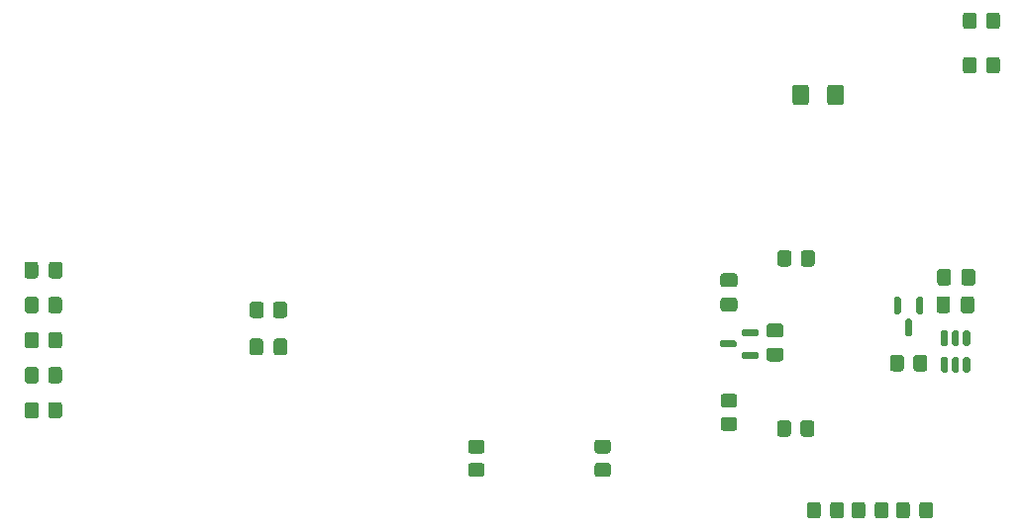
<source format=gbr>
G04 #@! TF.GenerationSoftware,KiCad,Pcbnew,6.0.7+dfsg-1~bpo11+1*
G04 #@! TF.ProjectId,wiscale-mod,77697363-616c-4652-9d6d-6f642e6b6963,rev?*
G04 #@! TF.SameCoordinates,Original*
G04 #@! TF.FileFunction,Paste,Bot*
G04 #@! TF.FilePolarity,Positive*
%FSLAX46Y46*%
G04 Gerber Fmt 4.6, Leading zero omitted, Abs format (unit mm)*
%MOMM*%
%LPD*%
G01*
G04 APERTURE LIST*
G04 APERTURE END LIST*
G36*
G01*
X113125000Y-101675000D02*
X113125000Y-100725000D01*
G75*
G02*
X113375000Y-100475000I250000J0D01*
G01*
X114050000Y-100475000D01*
G75*
G02*
X114300000Y-100725000I0J-250000D01*
G01*
X114300000Y-101675000D01*
G75*
G02*
X114050000Y-101925000I-250000J0D01*
G01*
X113375000Y-101925000D01*
G75*
G02*
X113125000Y-101675000I0J250000D01*
G01*
G37*
G36*
G01*
X115200000Y-101675000D02*
X115200000Y-100725000D01*
G75*
G02*
X115450000Y-100475000I250000J0D01*
G01*
X116125000Y-100475000D01*
G75*
G02*
X116375000Y-100725000I0J-250000D01*
G01*
X116375000Y-101675000D01*
G75*
G02*
X116125000Y-101925000I-250000J0D01*
G01*
X115450000Y-101925000D01*
G75*
G02*
X115200000Y-101675000I0J250000D01*
G01*
G37*
G36*
G01*
X193345000Y-80295000D02*
X193345000Y-79395000D01*
G75*
G02*
X193595000Y-79145000I250000J0D01*
G01*
X194295000Y-79145000D01*
G75*
G02*
X194545000Y-79395000I0J-250000D01*
G01*
X194545000Y-80295000D01*
G75*
G02*
X194295000Y-80545000I-250000J0D01*
G01*
X193595000Y-80545000D01*
G75*
G02*
X193345000Y-80295000I0J250000D01*
G01*
G37*
G36*
G01*
X195345000Y-80295000D02*
X195345000Y-79395000D01*
G75*
G02*
X195595000Y-79145000I250000J0D01*
G01*
X196295000Y-79145000D01*
G75*
G02*
X196545000Y-79395000I0J-250000D01*
G01*
X196545000Y-80295000D01*
G75*
G02*
X196295000Y-80545000I-250000J0D01*
G01*
X195595000Y-80545000D01*
G75*
G02*
X195345000Y-80295000I0J250000D01*
G01*
G37*
G36*
G01*
X194411000Y-101341000D02*
X194411000Y-102291000D01*
G75*
G02*
X194161000Y-102541000I-250000J0D01*
G01*
X193486000Y-102541000D01*
G75*
G02*
X193236000Y-102291000I0J250000D01*
G01*
X193236000Y-101341000D01*
G75*
G02*
X193486000Y-101091000I250000J0D01*
G01*
X194161000Y-101091000D01*
G75*
G02*
X194411000Y-101341000I0J-250000D01*
G01*
G37*
G36*
G01*
X192336000Y-101341000D02*
X192336000Y-102291000D01*
G75*
G02*
X192086000Y-102541000I-250000J0D01*
G01*
X191411000Y-102541000D01*
G75*
G02*
X191161000Y-102291000I0J250000D01*
G01*
X191161000Y-101341000D01*
G75*
G02*
X191411000Y-101091000I250000J0D01*
G01*
X192086000Y-101091000D01*
G75*
G02*
X192336000Y-101341000I0J-250000D01*
G01*
G37*
G36*
G01*
X180670000Y-114320000D02*
X180670000Y-115220000D01*
G75*
G02*
X180420000Y-115470000I-250000J0D01*
G01*
X179720000Y-115470000D01*
G75*
G02*
X179470000Y-115220000I0J250000D01*
G01*
X179470000Y-114320000D01*
G75*
G02*
X179720000Y-114070000I250000J0D01*
G01*
X180420000Y-114070000D01*
G75*
G02*
X180670000Y-114320000I0J-250000D01*
G01*
G37*
G36*
G01*
X178670000Y-114320000D02*
X178670000Y-115220000D01*
G75*
G02*
X178420000Y-115470000I-250000J0D01*
G01*
X177720000Y-115470000D01*
G75*
G02*
X177470000Y-115220000I0J250000D01*
G01*
X177470000Y-114320000D01*
G75*
G02*
X177720000Y-114070000I250000J0D01*
G01*
X178420000Y-114070000D01*
G75*
G02*
X178670000Y-114320000I0J-250000D01*
G01*
G37*
G36*
G01*
X183820000Y-122205000D02*
X183820000Y-121305000D01*
G75*
G02*
X184070000Y-121055000I250000J0D01*
G01*
X184770000Y-121055000D01*
G75*
G02*
X185020000Y-121305000I0J-250000D01*
G01*
X185020000Y-122205000D01*
G75*
G02*
X184770000Y-122455000I-250000J0D01*
G01*
X184070000Y-122455000D01*
G75*
G02*
X183820000Y-122205000I0J250000D01*
G01*
G37*
G36*
G01*
X185820000Y-122205000D02*
X185820000Y-121305000D01*
G75*
G02*
X186070000Y-121055000I250000J0D01*
G01*
X186770000Y-121055000D01*
G75*
G02*
X187020000Y-121305000I0J-250000D01*
G01*
X187020000Y-122205000D01*
G75*
G02*
X186770000Y-122455000I-250000J0D01*
G01*
X186070000Y-122455000D01*
G75*
G02*
X185820000Y-122205000I0J250000D01*
G01*
G37*
G36*
G01*
X172905000Y-111773000D02*
X173805000Y-111773000D01*
G75*
G02*
X174055000Y-112023000I0J-250000D01*
G01*
X174055000Y-112723000D01*
G75*
G02*
X173805000Y-112973000I-250000J0D01*
G01*
X172905000Y-112973000D01*
G75*
G02*
X172655000Y-112723000I0J250000D01*
G01*
X172655000Y-112023000D01*
G75*
G02*
X172905000Y-111773000I250000J0D01*
G01*
G37*
G36*
G01*
X172905000Y-113773000D02*
X173805000Y-113773000D01*
G75*
G02*
X174055000Y-114023000I0J-250000D01*
G01*
X174055000Y-114723000D01*
G75*
G02*
X173805000Y-114973000I-250000J0D01*
G01*
X172905000Y-114973000D01*
G75*
G02*
X172655000Y-114723000I0J250000D01*
G01*
X172655000Y-114023000D01*
G75*
G02*
X172905000Y-113773000I250000J0D01*
G01*
G37*
G36*
G01*
X177500000Y-100650000D02*
X177500000Y-99750000D01*
G75*
G02*
X177750000Y-99500000I250000J0D01*
G01*
X178450000Y-99500000D01*
G75*
G02*
X178700000Y-99750000I0J-250000D01*
G01*
X178700000Y-100650000D01*
G75*
G02*
X178450000Y-100900000I-250000J0D01*
G01*
X177750000Y-100900000D01*
G75*
G02*
X177500000Y-100650000I0J250000D01*
G01*
G37*
G36*
G01*
X179500000Y-100650000D02*
X179500000Y-99750000D01*
G75*
G02*
X179750000Y-99500000I250000J0D01*
G01*
X180450000Y-99500000D01*
G75*
G02*
X180700000Y-99750000I0J-250000D01*
G01*
X180700000Y-100650000D01*
G75*
G02*
X180450000Y-100900000I-250000J0D01*
G01*
X179750000Y-100900000D01*
G75*
G02*
X179500000Y-100650000I0J250000D01*
G01*
G37*
G36*
G01*
X191622000Y-106366000D02*
X191922000Y-106366000D01*
G75*
G02*
X192072000Y-106516000I0J-150000D01*
G01*
X192072000Y-107541000D01*
G75*
G02*
X191922000Y-107691000I-150000J0D01*
G01*
X191622000Y-107691000D01*
G75*
G02*
X191472000Y-107541000I0J150000D01*
G01*
X191472000Y-106516000D01*
G75*
G02*
X191622000Y-106366000I150000J0D01*
G01*
G37*
G36*
G01*
X192572000Y-106366000D02*
X192872000Y-106366000D01*
G75*
G02*
X193022000Y-106516000I0J-150000D01*
G01*
X193022000Y-107541000D01*
G75*
G02*
X192872000Y-107691000I-150000J0D01*
G01*
X192572000Y-107691000D01*
G75*
G02*
X192422000Y-107541000I0J150000D01*
G01*
X192422000Y-106516000D01*
G75*
G02*
X192572000Y-106366000I150000J0D01*
G01*
G37*
G36*
G01*
X193522000Y-106366000D02*
X193822000Y-106366000D01*
G75*
G02*
X193972000Y-106516000I0J-150000D01*
G01*
X193972000Y-107541000D01*
G75*
G02*
X193822000Y-107691000I-150000J0D01*
G01*
X193522000Y-107691000D01*
G75*
G02*
X193372000Y-107541000I0J150000D01*
G01*
X193372000Y-106516000D01*
G75*
G02*
X193522000Y-106366000I150000J0D01*
G01*
G37*
G36*
G01*
X193522000Y-108641000D02*
X193822000Y-108641000D01*
G75*
G02*
X193972000Y-108791000I0J-150000D01*
G01*
X193972000Y-109816000D01*
G75*
G02*
X193822000Y-109966000I-150000J0D01*
G01*
X193522000Y-109966000D01*
G75*
G02*
X193372000Y-109816000I0J150000D01*
G01*
X193372000Y-108791000D01*
G75*
G02*
X193522000Y-108641000I150000J0D01*
G01*
G37*
G36*
G01*
X192572000Y-108641000D02*
X192872000Y-108641000D01*
G75*
G02*
X193022000Y-108791000I0J-150000D01*
G01*
X193022000Y-109816000D01*
G75*
G02*
X192872000Y-109966000I-150000J0D01*
G01*
X192572000Y-109966000D01*
G75*
G02*
X192422000Y-109816000I0J150000D01*
G01*
X192422000Y-108791000D01*
G75*
G02*
X192572000Y-108641000I150000J0D01*
G01*
G37*
G36*
G01*
X191622000Y-108641000D02*
X191922000Y-108641000D01*
G75*
G02*
X192072000Y-108791000I0J-150000D01*
G01*
X192072000Y-109816000D01*
G75*
G02*
X191922000Y-109966000I-150000J0D01*
G01*
X191622000Y-109966000D01*
G75*
G02*
X191472000Y-109816000I0J150000D01*
G01*
X191472000Y-108791000D01*
G75*
G02*
X191622000Y-108641000I150000J0D01*
G01*
G37*
G36*
G01*
X135585000Y-104160000D02*
X135585000Y-105060000D01*
G75*
G02*
X135335000Y-105310000I-250000J0D01*
G01*
X134635000Y-105310000D01*
G75*
G02*
X134385000Y-105060000I0J250000D01*
G01*
X134385000Y-104160000D01*
G75*
G02*
X134635000Y-103910000I250000J0D01*
G01*
X135335000Y-103910000D01*
G75*
G02*
X135585000Y-104160000I0J-250000D01*
G01*
G37*
G36*
G01*
X133585000Y-104160000D02*
X133585000Y-105060000D01*
G75*
G02*
X133335000Y-105310000I-250000J0D01*
G01*
X132635000Y-105310000D01*
G75*
G02*
X132385000Y-105060000I0J250000D01*
G01*
X132385000Y-104160000D01*
G75*
G02*
X132635000Y-103910000I250000J0D01*
G01*
X133335000Y-103910000D01*
G75*
G02*
X133585000Y-104160000I0J-250000D01*
G01*
G37*
G36*
G01*
X176817000Y-105779000D02*
X177767000Y-105779000D01*
G75*
G02*
X178017000Y-106029000I0J-250000D01*
G01*
X178017000Y-106704000D01*
G75*
G02*
X177767000Y-106954000I-250000J0D01*
G01*
X176817000Y-106954000D01*
G75*
G02*
X176567000Y-106704000I0J250000D01*
G01*
X176567000Y-106029000D01*
G75*
G02*
X176817000Y-105779000I250000J0D01*
G01*
G37*
G36*
G01*
X176817000Y-107854000D02*
X177767000Y-107854000D01*
G75*
G02*
X178017000Y-108104000I0J-250000D01*
G01*
X178017000Y-108779000D01*
G75*
G02*
X177767000Y-109029000I-250000J0D01*
G01*
X176817000Y-109029000D01*
G75*
G02*
X176567000Y-108779000I0J250000D01*
G01*
X176567000Y-108104000D01*
G75*
G02*
X176817000Y-107854000I250000J0D01*
G01*
G37*
G36*
G01*
X135610000Y-107310000D02*
X135610000Y-108260000D01*
G75*
G02*
X135360000Y-108510000I-250000J0D01*
G01*
X134685000Y-108510000D01*
G75*
G02*
X134435000Y-108260000I0J250000D01*
G01*
X134435000Y-107310000D01*
G75*
G02*
X134685000Y-107060000I250000J0D01*
G01*
X135360000Y-107060000D01*
G75*
G02*
X135610000Y-107310000I0J-250000D01*
G01*
G37*
G36*
G01*
X133535000Y-107310000D02*
X133535000Y-108260000D01*
G75*
G02*
X133285000Y-108510000I-250000J0D01*
G01*
X132610000Y-108510000D01*
G75*
G02*
X132360000Y-108260000I0J250000D01*
G01*
X132360000Y-107310000D01*
G75*
G02*
X132610000Y-107060000I250000J0D01*
G01*
X133285000Y-107060000D01*
G75*
G02*
X133535000Y-107310000I0J-250000D01*
G01*
G37*
G36*
G01*
X180010000Y-122205000D02*
X180010000Y-121305000D01*
G75*
G02*
X180260000Y-121055000I250000J0D01*
G01*
X180960000Y-121055000D01*
G75*
G02*
X181210000Y-121305000I0J-250000D01*
G01*
X181210000Y-122205000D01*
G75*
G02*
X180960000Y-122455000I-250000J0D01*
G01*
X180260000Y-122455000D01*
G75*
G02*
X180010000Y-122205000I0J250000D01*
G01*
G37*
G36*
G01*
X182010000Y-122205000D02*
X182010000Y-121305000D01*
G75*
G02*
X182260000Y-121055000I250000J0D01*
G01*
X182960000Y-121055000D01*
G75*
G02*
X183210000Y-121305000I0J-250000D01*
G01*
X183210000Y-122205000D01*
G75*
G02*
X182960000Y-122455000I-250000J0D01*
G01*
X182260000Y-122455000D01*
G75*
G02*
X182010000Y-122205000I0J250000D01*
G01*
G37*
G36*
G01*
X187630000Y-122205000D02*
X187630000Y-121305000D01*
G75*
G02*
X187880000Y-121055000I250000J0D01*
G01*
X188580000Y-121055000D01*
G75*
G02*
X188830000Y-121305000I0J-250000D01*
G01*
X188830000Y-122205000D01*
G75*
G02*
X188580000Y-122455000I-250000J0D01*
G01*
X187880000Y-122455000D01*
G75*
G02*
X187630000Y-122205000I0J250000D01*
G01*
G37*
G36*
G01*
X189630000Y-122205000D02*
X189630000Y-121305000D01*
G75*
G02*
X189880000Y-121055000I250000J0D01*
G01*
X190580000Y-121055000D01*
G75*
G02*
X190830000Y-121305000I0J-250000D01*
G01*
X190830000Y-122205000D01*
G75*
G02*
X190580000Y-122455000I-250000J0D01*
G01*
X189880000Y-122455000D01*
G75*
G02*
X189630000Y-122205000I0J250000D01*
G01*
G37*
G36*
G01*
X187622000Y-103491000D02*
X187922000Y-103491000D01*
G75*
G02*
X188072000Y-103641000I0J-150000D01*
G01*
X188072000Y-104816000D01*
G75*
G02*
X187922000Y-104966000I-150000J0D01*
G01*
X187622000Y-104966000D01*
G75*
G02*
X187472000Y-104816000I0J150000D01*
G01*
X187472000Y-103641000D01*
G75*
G02*
X187622000Y-103491000I150000J0D01*
G01*
G37*
G36*
G01*
X189522000Y-103491000D02*
X189822000Y-103491000D01*
G75*
G02*
X189972000Y-103641000I0J-150000D01*
G01*
X189972000Y-104816000D01*
G75*
G02*
X189822000Y-104966000I-150000J0D01*
G01*
X189522000Y-104966000D01*
G75*
G02*
X189372000Y-104816000I0J150000D01*
G01*
X189372000Y-103641000D01*
G75*
G02*
X189522000Y-103491000I150000J0D01*
G01*
G37*
G36*
G01*
X188572000Y-105366000D02*
X188872000Y-105366000D01*
G75*
G02*
X189022000Y-105516000I0J-150000D01*
G01*
X189022000Y-106691000D01*
G75*
G02*
X188872000Y-106841000I-150000J0D01*
G01*
X188572000Y-106841000D01*
G75*
G02*
X188422000Y-106691000I0J150000D01*
G01*
X188422000Y-105516000D01*
G75*
G02*
X188572000Y-105366000I150000J0D01*
G01*
G37*
G36*
G01*
X175919000Y-106431000D02*
X175919000Y-106731000D01*
G75*
G02*
X175769000Y-106881000I-150000J0D01*
G01*
X174594000Y-106881000D01*
G75*
G02*
X174444000Y-106731000I0J150000D01*
G01*
X174444000Y-106431000D01*
G75*
G02*
X174594000Y-106281000I150000J0D01*
G01*
X175769000Y-106281000D01*
G75*
G02*
X175919000Y-106431000I0J-150000D01*
G01*
G37*
G36*
G01*
X175919000Y-108331000D02*
X175919000Y-108631000D01*
G75*
G02*
X175769000Y-108781000I-150000J0D01*
G01*
X174594000Y-108781000D01*
G75*
G02*
X174444000Y-108631000I0J150000D01*
G01*
X174444000Y-108331000D01*
G75*
G02*
X174594000Y-108181000I150000J0D01*
G01*
X175769000Y-108181000D01*
G75*
G02*
X175919000Y-108331000I0J-150000D01*
G01*
G37*
G36*
G01*
X174044000Y-107381000D02*
X174044000Y-107681000D01*
G75*
G02*
X173894000Y-107831000I-150000J0D01*
G01*
X172719000Y-107831000D01*
G75*
G02*
X172569000Y-107681000I0J150000D01*
G01*
X172569000Y-107381000D01*
G75*
G02*
X172719000Y-107231000I150000J0D01*
G01*
X173894000Y-107231000D01*
G75*
G02*
X174044000Y-107381000I0J-150000D01*
G01*
G37*
G36*
G01*
X172880000Y-101482500D02*
X173830000Y-101482500D01*
G75*
G02*
X174080000Y-101732500I0J-250000D01*
G01*
X174080000Y-102407500D01*
G75*
G02*
X173830000Y-102657500I-250000J0D01*
G01*
X172880000Y-102657500D01*
G75*
G02*
X172630000Y-102407500I0J250000D01*
G01*
X172630000Y-101732500D01*
G75*
G02*
X172880000Y-101482500I250000J0D01*
G01*
G37*
G36*
G01*
X172880000Y-103557500D02*
X173830000Y-103557500D01*
G75*
G02*
X174080000Y-103807500I0J-250000D01*
G01*
X174080000Y-104482500D01*
G75*
G02*
X173830000Y-104732500I-250000J0D01*
G01*
X172880000Y-104732500D01*
G75*
G02*
X172630000Y-104482500I0J250000D01*
G01*
X172630000Y-103807500D01*
G75*
G02*
X172880000Y-103557500I250000J0D01*
G01*
G37*
G36*
G01*
X163010000Y-118910000D02*
X162110000Y-118910000D01*
G75*
G02*
X161860000Y-118660000I0J250000D01*
G01*
X161860000Y-117960000D01*
G75*
G02*
X162110000Y-117710000I250000J0D01*
G01*
X163010000Y-117710000D01*
G75*
G02*
X163260000Y-117960000I0J-250000D01*
G01*
X163260000Y-118660000D01*
G75*
G02*
X163010000Y-118910000I-250000J0D01*
G01*
G37*
G36*
G01*
X163010000Y-116910000D02*
X162110000Y-116910000D01*
G75*
G02*
X161860000Y-116660000I0J250000D01*
G01*
X161860000Y-115960000D01*
G75*
G02*
X162110000Y-115710000I250000J0D01*
G01*
X163010000Y-115710000D01*
G75*
G02*
X163260000Y-115960000I0J-250000D01*
G01*
X163260000Y-116660000D01*
G75*
G02*
X163010000Y-116910000I-250000J0D01*
G01*
G37*
G36*
G01*
X113150000Y-110650000D02*
X113150000Y-109750000D01*
G75*
G02*
X113400000Y-109500000I250000J0D01*
G01*
X114100000Y-109500000D01*
G75*
G02*
X114350000Y-109750000I0J-250000D01*
G01*
X114350000Y-110650000D01*
G75*
G02*
X114100000Y-110900000I-250000J0D01*
G01*
X113400000Y-110900000D01*
G75*
G02*
X113150000Y-110650000I0J250000D01*
G01*
G37*
G36*
G01*
X115150000Y-110650000D02*
X115150000Y-109750000D01*
G75*
G02*
X115400000Y-109500000I250000J0D01*
G01*
X116100000Y-109500000D01*
G75*
G02*
X116350000Y-109750000I0J-250000D01*
G01*
X116350000Y-110650000D01*
G75*
G02*
X116100000Y-110900000I-250000J0D01*
G01*
X115400000Y-110900000D01*
G75*
G02*
X115150000Y-110650000I0J250000D01*
G01*
G37*
G36*
G01*
X194347000Y-103691000D02*
X194347000Y-104641000D01*
G75*
G02*
X194097000Y-104891000I-250000J0D01*
G01*
X193422000Y-104891000D01*
G75*
G02*
X193172000Y-104641000I0J250000D01*
G01*
X193172000Y-103691000D01*
G75*
G02*
X193422000Y-103441000I250000J0D01*
G01*
X194097000Y-103441000D01*
G75*
G02*
X194347000Y-103691000I0J-250000D01*
G01*
G37*
G36*
G01*
X192272000Y-103691000D02*
X192272000Y-104641000D01*
G75*
G02*
X192022000Y-104891000I-250000J0D01*
G01*
X191347000Y-104891000D01*
G75*
G02*
X191097000Y-104641000I0J250000D01*
G01*
X191097000Y-103691000D01*
G75*
G02*
X191347000Y-103441000I250000J0D01*
G01*
X192022000Y-103441000D01*
G75*
G02*
X192272000Y-103691000I0J-250000D01*
G01*
G37*
G36*
G01*
X113150000Y-104650000D02*
X113150000Y-103750000D01*
G75*
G02*
X113400000Y-103500000I250000J0D01*
G01*
X114100000Y-103500000D01*
G75*
G02*
X114350000Y-103750000I0J-250000D01*
G01*
X114350000Y-104650000D01*
G75*
G02*
X114100000Y-104900000I-250000J0D01*
G01*
X113400000Y-104900000D01*
G75*
G02*
X113150000Y-104650000I0J250000D01*
G01*
G37*
G36*
G01*
X115150000Y-104650000D02*
X115150000Y-103750000D01*
G75*
G02*
X115400000Y-103500000I250000J0D01*
G01*
X116100000Y-103500000D01*
G75*
G02*
X116350000Y-103750000I0J-250000D01*
G01*
X116350000Y-104650000D01*
G75*
G02*
X116100000Y-104900000I-250000J0D01*
G01*
X115400000Y-104900000D01*
G75*
G02*
X115150000Y-104650000I0J250000D01*
G01*
G37*
G36*
G01*
X178775000Y-86819999D02*
X178775000Y-85570001D01*
G75*
G02*
X179025001Y-85320000I250001J0D01*
G01*
X179949999Y-85320000D01*
G75*
G02*
X180200000Y-85570001I0J-250001D01*
G01*
X180200000Y-86819999D01*
G75*
G02*
X179949999Y-87070000I-250001J0D01*
G01*
X179025001Y-87070000D01*
G75*
G02*
X178775000Y-86819999I0J250001D01*
G01*
G37*
G36*
G01*
X181750000Y-86819999D02*
X181750000Y-85570001D01*
G75*
G02*
X182000001Y-85320000I250001J0D01*
G01*
X182924999Y-85320000D01*
G75*
G02*
X183175000Y-85570001I0J-250001D01*
G01*
X183175000Y-86819999D01*
G75*
G02*
X182924999Y-87070000I-250001J0D01*
G01*
X182000001Y-87070000D01*
G75*
G02*
X181750000Y-86819999I0J250001D01*
G01*
G37*
G36*
G01*
X113150000Y-107650000D02*
X113150000Y-106750000D01*
G75*
G02*
X113400000Y-106500000I250000J0D01*
G01*
X114100000Y-106500000D01*
G75*
G02*
X114350000Y-106750000I0J-250000D01*
G01*
X114350000Y-107650000D01*
G75*
G02*
X114100000Y-107900000I-250000J0D01*
G01*
X113400000Y-107900000D01*
G75*
G02*
X113150000Y-107650000I0J250000D01*
G01*
G37*
G36*
G01*
X115150000Y-107650000D02*
X115150000Y-106750000D01*
G75*
G02*
X115400000Y-106500000I250000J0D01*
G01*
X116100000Y-106500000D01*
G75*
G02*
X116350000Y-106750000I0J-250000D01*
G01*
X116350000Y-107650000D01*
G75*
G02*
X116100000Y-107900000I-250000J0D01*
G01*
X115400000Y-107900000D01*
G75*
G02*
X115150000Y-107650000I0J250000D01*
G01*
G37*
G36*
G01*
X152215000Y-118910000D02*
X151315000Y-118910000D01*
G75*
G02*
X151065000Y-118660000I0J250000D01*
G01*
X151065000Y-117960000D01*
G75*
G02*
X151315000Y-117710000I250000J0D01*
G01*
X152215000Y-117710000D01*
G75*
G02*
X152465000Y-117960000I0J-250000D01*
G01*
X152465000Y-118660000D01*
G75*
G02*
X152215000Y-118910000I-250000J0D01*
G01*
G37*
G36*
G01*
X152215000Y-116910000D02*
X151315000Y-116910000D01*
G75*
G02*
X151065000Y-116660000I0J250000D01*
G01*
X151065000Y-115960000D01*
G75*
G02*
X151315000Y-115710000I250000J0D01*
G01*
X152215000Y-115710000D01*
G75*
G02*
X152465000Y-115960000I0J-250000D01*
G01*
X152465000Y-116660000D01*
G75*
G02*
X152215000Y-116910000I-250000J0D01*
G01*
G37*
G36*
G01*
X113150000Y-113650000D02*
X113150000Y-112750000D01*
G75*
G02*
X113400000Y-112500000I250000J0D01*
G01*
X114100000Y-112500000D01*
G75*
G02*
X114350000Y-112750000I0J-250000D01*
G01*
X114350000Y-113650000D01*
G75*
G02*
X114100000Y-113900000I-250000J0D01*
G01*
X113400000Y-113900000D01*
G75*
G02*
X113150000Y-113650000I0J250000D01*
G01*
G37*
G36*
G01*
X115150000Y-113650000D02*
X115150000Y-112750000D01*
G75*
G02*
X115400000Y-112500000I250000J0D01*
G01*
X116100000Y-112500000D01*
G75*
G02*
X116350000Y-112750000I0J-250000D01*
G01*
X116350000Y-113650000D01*
G75*
G02*
X116100000Y-113900000I-250000J0D01*
G01*
X115400000Y-113900000D01*
G75*
G02*
X115150000Y-113650000I0J250000D01*
G01*
G37*
G36*
G01*
X190322000Y-108716000D02*
X190322000Y-109616000D01*
G75*
G02*
X190072000Y-109866000I-250000J0D01*
G01*
X189372000Y-109866000D01*
G75*
G02*
X189122000Y-109616000I0J250000D01*
G01*
X189122000Y-108716000D01*
G75*
G02*
X189372000Y-108466000I250000J0D01*
G01*
X190072000Y-108466000D01*
G75*
G02*
X190322000Y-108716000I0J-250000D01*
G01*
G37*
G36*
G01*
X188322000Y-108716000D02*
X188322000Y-109616000D01*
G75*
G02*
X188072000Y-109866000I-250000J0D01*
G01*
X187372000Y-109866000D01*
G75*
G02*
X187122000Y-109616000I0J250000D01*
G01*
X187122000Y-108716000D01*
G75*
G02*
X187372000Y-108466000I250000J0D01*
G01*
X188072000Y-108466000D01*
G75*
G02*
X188322000Y-108716000I0J-250000D01*
G01*
G37*
G36*
G01*
X193345000Y-84105000D02*
X193345000Y-83205000D01*
G75*
G02*
X193595000Y-82955000I250000J0D01*
G01*
X194295000Y-82955000D01*
G75*
G02*
X194545000Y-83205000I0J-250000D01*
G01*
X194545000Y-84105000D01*
G75*
G02*
X194295000Y-84355000I-250000J0D01*
G01*
X193595000Y-84355000D01*
G75*
G02*
X193345000Y-84105000I0J250000D01*
G01*
G37*
G36*
G01*
X195345000Y-84105000D02*
X195345000Y-83205000D01*
G75*
G02*
X195595000Y-82955000I250000J0D01*
G01*
X196295000Y-82955000D01*
G75*
G02*
X196545000Y-83205000I0J-250000D01*
G01*
X196545000Y-84105000D01*
G75*
G02*
X196295000Y-84355000I-250000J0D01*
G01*
X195595000Y-84355000D01*
G75*
G02*
X195345000Y-84105000I0J250000D01*
G01*
G37*
M02*

</source>
